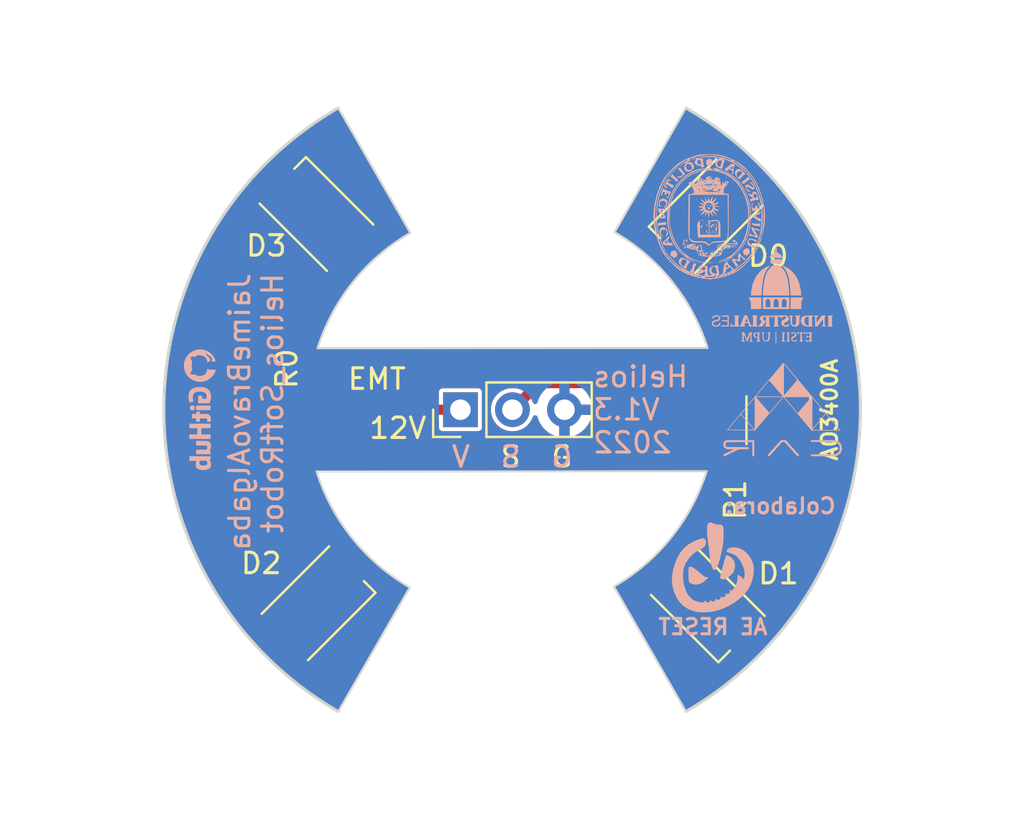
<source format=kicad_pcb>
(kicad_pcb (version 20211014) (generator pcbnew)
  (layers (0 "F.Cu" signal) (31 "B.Cu" signal) (34 "B.Paste" user) (35 "F.Paste" user) (36 "B.SilkS" user "B.Silkscreen") (37 "F.SilkS" user "F.Silkscreen") (38 "B.Mask" user) (39 "F.Mask" user) (44 "Edge.Cuts" user))
  (net 0 "")
  (net 1 "GND")
  (net 2 "VCC")
  (net 3 "Net-(D0-Pad1)")
  (net 4 "Net-(D3-Pad2)")
  (net 5 "Net-(D0-Pad2)")
  (net 6 "Net-(D1-Pad2)")
  (net 7 "Net-(D2-Pad2)")
  (net 8 "SIG")
  (footprint "Helios:RS_0805" (layer "F.Cu") (at 177.9 104.4 -90)
    (fp_text reference "R1" (at 0 2 90) (layer "F.SilkS"))
    (fp_text value "Rpd")
    (pad "1" smd rect locked (at -0.95 0 270) (size 0.7 1.3) (layers "F.Cu" "F.Paste" "F.Mask") (net 8 "SIG"))
    (pad "2" smd rect locked (at 0.95 0 270) (size 0.7 1.3) (layers "F.Cu" "F.Paste" "F.Mask") (net 1 "GND"))
  )
  (footprint "LED_SMD:LED_PLCC-2" (layer "F.Cu") (at 174.5 109.5 135)
    (fp_text reference "D1" (at -1.414214 3.535534) (layer "F.SilkS"))
    (fp_text value "LED")
    (pad "1" smd rect (at -1.5 0 135) (size 1.5 2.6) (layers "F.Cu" "F.Paste" "F.Mask") (net 5 "Net-(D0-Pad2)"))
    (pad "2" smd rect (at 1.5 0 135) (size 1.5 2.6) (layers "F.Cu" "F.Paste" "F.Mask") (net 6 "Net-(D1-Pad2)"))
  )
  (footprint "Package_TO_SOT_SMD:SOT-23" (layer "F.Cu") (at 178 100 90)
    (fp_text reference "Q0" hide)
    (fp_text value "AO3400A" (at 0 2.5 90) (layer "F.SilkS") (effects (font (size 0.75 0.75))))
    (pad "1" smd roundrect (at -0.9375 -0.95 90) (size 1.475 0.6) (layers "F.Cu" "F.Paste" "F.Mask") (net 8 "SIG"))
    (pad "2" smd roundrect (at -0.9375 0.95 90) (size 1.475 0.6) (layers "F.Cu" "F.Paste" "F.Mask") (net 1 "GND"))
    (pad "3" smd roundrect (at 0.9375 0 90) (size 1.475 0.6) (layers "F.Cu" "F.Paste" "F.Mask") (net 3 "Net-(D0-Pad1)"))
  )
  (footprint "LED_SMD:LED_PLCC-2" (layer "F.Cu") (at 174.5 90.5 45)
    (fp_text reference "D0" (at 0.707107 3.535534) (layer "F.SilkS"))
    (fp_text value "LED")
    (pad "1" smd rect (at -1.5 0 45) (size 1.5 2.6) (layers "F.Cu" "F.Paste" "F.Mask") (net 3 "Net-(D0-Pad1)"))
    (pad "2" smd rect (at 1.5 0 45) (size 1.5 2.6) (layers "F.Cu" "F.Paste" "F.Mask") (net 5 "Net-(D0-Pad2)"))
  )
  (footprint "LED_SMD:LED_PLCC-2" (layer "F.Cu") (at 155.5 90.5 -45)
    (fp_text reference "D3" (at -0.707107 2.828427) (layer "F.SilkS"))
    (fp_text value "LED")
    (pad "1" smd rect (at -1.5 0 315) (size 1.5 2.6) (layers "F.Cu" "F.Paste" "F.Mask") (net 7 "Net-(D2-Pad2)"))
    (pad "2" smd rect (at 1.5 0 315) (size 1.5 2.6) (layers "F.Cu" "F.Paste" "F.Mask") (net 4 "Net-(D3-Pad2)"))
  )
  (footprint "Connector_PinHeader_2.54mm:PinHeader_1x03_P2.54mm_Vertical" (layer "F.Cu") (at 162.475 100 90)
    (fp_text reference "J1" hide)
    (fp_text value "Conn_01x03_Male")
    (pad "1" thru_hole rect (at 0 0 90) (size 1.7 1.7) (drill 1) (layers *.Cu *.Mask) (net 2 "VCC"))
    (pad "2" thru_hole oval (at 0 2.54 90) (size 1.7 1.7) (drill 1) (layers *.Cu *.Mask) (net 8 "SIG"))
    (pad "3" thru_hole oval (at 0 5.08 90) (size 1.7 1.7) (drill 1) (layers *.Cu *.Mask) (net 1 "GND"))
  )
  (footprint "LED_SMD:LED_PLCC-2" (layer "F.Cu") (at 155.5 109.5 -135)
    (fp_text reference "D2" (at 0.53033 3.358757) (layer "F.SilkS"))
    (fp_text value "LED")
    (pad "1" smd rect (at -1.5 0 225) (size 1.5 2.6) (layers "F.Cu" "F.Paste" "F.Mask") (net 6 "Net-(D1-Pad2)"))
    (pad "2" smd rect (at 1.5 0 225) (size 1.5 2.6) (layers "F.Cu" "F.Paste" "F.Mask") (net 7 "Net-(D2-Pad2)"))
  )
  (footprint "Helios:RS_0805" (layer "F.Cu") (at 152 98 -90)
    (fp_text reference "R0" (at 0 -2 90) (layer "F.SilkS"))
    (fp_text value "RL")
    (pad "1" smd rect locked (at -0.95 0 270) (size 0.7 1.3) (layers "F.Cu" "F.Paste" "F.Mask") (net 4 "Net-(D3-Pad2)"))
    (pad "2" smd rect locked (at 0.95 0 270) (size 0.7 1.3) (layers "F.Cu" "F.Paste" "F.Mask") (net 2 "VCC"))
  )
  (footprint "LOGO" (layer "B.Cu") (at 174.6 90.6 180)
    (fp_text reference "G***" hide)
    (fp_text value "LOGO" hide)
  )
  (footprint "LOGO" (layer "B.Cu") (at 174.8 107.7 180)
    (fp_text reference "G***" hide)
    (fp_text value "LOGO" hide)
  )
  (footprint "LOGO" (layer "B.Cu") (at 149.75 100 -90)
    (fp_text reference "G***" hide)
    (fp_text value "LOGO" hide)
  )
  (footprint "LOGO" (layer "B.Cu") (at 178.2 100 180)
    (fp_text reference "G***" hide)
    (fp_text value "LOGO" hide)
  )
  (footprint "LOGO" (layer "B.Cu") (at 177.75 94.5 180)
    (fp_text reference "G***" hide)
    (fp_text value "LOGO" hide)
  )
  (gr_line (start 160.025772 91.368253) (end 156.511923 85.270692) (layer "Edge.Cuts") (width 0.1))
  (gr_arc (start 160 108.676765) (mid 157.193985 106.273147) (end 155.450535 103.01562) (layer "Edge.Cuts") (width 0.1))
  (gr_line (start 160 108.676765) (end 156.511923 114.729308) (layer "Edge.Cuts") (width 0.1))
  (gr_arc (start 174.5 103) (mid 172.76543 106.240841) (end 169.973684 108.63206) (layer "Edge.Cuts") (width 0.1))
  (gr_arc (start 156.511923 114.729308) (mid 147.999382 100) (end 156.511923 85.270692) (layer "Edge.Cuts") (width 0.15))
  (gr_line (start 174.54251 96.986576) (end 155.5 97) (layer "Edge.Cuts") (width 0.1))
  (gr_line (start 169.973684 108.63206) (end 173.48684 114.729308) (layer "Edge.Cuts") (width 0.1))
  (gr_arc (start 155.5 97) (mid 157.234373 93.759404) (end 160.025772 91.368253) (layer "Edge.Cuts") (width 0.1))
  (gr_arc (start 170.007011 91.335701) (mid 172.804181 93.736216) (end 174.54251 96.986576) (layer "Edge.Cuts") (width 0.1))
  (gr_line (start 173.48684 85.270692) (end 170.007011 91.335701) (layer "Edge.Cuts") (width 0.1))
  (gr_line (start 174.5 103) (end 155.450535 103.01562) (layer "Edge.Cuts") (width 0.1))
  (gr_arc (start 173.48684 85.270692) (mid 181.999381 100) (end 173.48684 114.729308) (layer "Edge.Cuts") (width 0.15))
  (gr_text "AE RESET" (at 174.8 110.6) (layer "B.SilkS") (effects (font (size 0.75 0.75)) (justify mirror)))
  (gr_text "Colabora:" (at 178.1 104.7) (layer "B.SilkS") (effects (font (size 0.75 0.75)) (justify mirror)))
  (gr_text "JaimeBravoAlgaba\nHelios_SoftRobot" (at 152.5 93.25 90) (layer "B.SilkS") (effects (font (size 1 1)) (justify left mirror)))
  (gr_text "G  S  V" (at 165 102.3) (layer "B.SilkS") (effects (font (size 1 1)) (justify mirror)))
  (gr_text "Helios\nV1.3\n2022" (at 168.86 100) (layer "B.SilkS") (effects (font (size 1 1)) (justify right mirror)))
  (gr_text "EMT" (at 159.9 98.5) (layer "F.SilkS") (effects (font (size 1 1)) (justify right)))
  (gr_text "V  S  G" (at 165 102.3) (layer "F.SilkS") (effects (font (size 1 1))))
  (gr_text "12V" (at 160.9 100.9) (layer "F.SilkS") (effects (font (size 1 1)) (justify right)))
  (segment (start 152 99.5) (end 152 98.95) (width 0.5) (layer "F.Cu") (net 2))
  (segment (start 152.5 100) (end 152 99.5) (width 0.5) (layer "F.Cu") (net 2))
  (segment (start 162.475 100) (end 152.5 100) (width 0.5) (layer "F.Cu") (net 2))
  (segment (start 178 99.0625) (end 178 96.12132) (width 0.5) (layer "F.Cu") (net 3))
  (segment (start 178 96.12132) (end 173.43934 91.56066) (width 0.5) (layer "F.Cu") (net 3))
  (segment (start 156.56066 91.56066) (end 152 96.12132) (width 0.5) (layer "F.Cu") (net 4))
  (segment (start 152 96.12132) (end 152 97.05) (width 0.5) (layer "F.Cu") (net 4))
  (segment (start 179.7 106.42132) (end 175.56066 110.56066) (width 0.5) (layer "F.Cu") (net 5))
  (segment (start 179.7 93.57868) (end 179.7 106.42132) (width 0.5) (layer "F.Cu") (net 5))
  (segment (start 175.56066 89.43934) (end 179.7 93.57868) (width 0.5) (layer "F.Cu") (net 5))
  (segment (start 154.5 106.37868) (end 156.56066 108.43934) (width 0.5) (layer "F.Cu") (net 6))
  (segment (start 154.5 103.612482) (end 154.5 106.37868) (width 0.5) (layer "F.Cu") (net 6))
  (segment (start 175 102.5) (end 155.612482 102.5) (width 0.5) (layer "F.Cu") (net 6))
  (segment (start 176 103.5) (end 175 102.5) (width 0.5) (layer "F.Cu") (net 6))
  (segment (start 155.612482 102.5) (end 154.5 103.612482) (width 0.5) (layer "F.Cu") (net 6))
  (segment (start 176 105.87868) (end 176 103.5) (width 0.5) (layer "F.Cu") (net 6))
  (segment (start 173.43934 108.43934) (end 176 105.87868) (width 0.5) (layer "F.Cu") (net 6))
  (segment (start 154.43934 110.56066) (end 150.5 106.62132) (width 0.5) (layer "F.Cu") (net 7))
  (segment (start 150.5 93.37868) (end 154.43934 89.43934) (width 0.5) (layer "F.Cu") (net 7))
  (segment (start 150.5 106.62132) (end 150.5 93.37868) (width 0.5) (layer "F.Cu") (net 7))
  (segment (start 170.17 98.7) (end 172.4075 100.9375) (width 0.5) (layer "F.Cu") (net 8))
  (segment (start 166.315 98.7) (end 170.17 98.7) (width 0.5) (layer "F.Cu") (net 8))
  (segment (start 177.05 100.9375) (end 177.05 102.6) (width 0.5) (layer "F.Cu") (net 8))
  (segment (start 165.015 100) (end 166.315 98.7) (width 0.5) (layer "F.Cu") (net 8))
  (segment (start 177.05 102.6) (end 177.9 103.45) (width 0.5) (layer "F.Cu") (net 8))
  (segment (start 172.4075 100.9375) (end 177.05 100.9375) (width 0.5) (layer "F.Cu") (net 8))
  (zone (net 0) (net_name "") (layer "F.Cu") (connect_pads (clearance 0)) (min_thickness 0.254)
    (keepout (tracks allowed) (vias allowed) (pads allowed) (copperpour not_allowed) (footprints allowed))
    (fill (thermal_gap 0.508) (thermal_bridge_width 0.508))
    (polygon (pts (xy 158.5 91) (xy 156 93.5) (xy 152.5 90) (xy 155 87.5)))
  )
  (zone (net 0) (net_name "") (layer "F.Cu") (connect_pads (clearance 0)) (min_thickness 0.254)
    (keepout (tracks allowed) (vias allowed) (pads allowed) (copperpour not_allowed) (footprints allowed))
    (fill (thermal_gap 0.508) (thermal_bridge_width 0.508))
    (polygon (pts (xy 179.25 100.25) (xy 178.5 100.25) (xy 178.5 102) (xy 176.25 102) (xy 176.25 98.25) (xy 179.25 98.25)))
  )
  (zone (net 0) (net_name "") (layer "F.Cu") (connect_pads (clearance 0)) (min_thickness 0.254)
    (keepout (tracks allowed) (vias allowed) (pads allowed) (copperpour not_allowed) (footprints allowed))
    (fill (thermal_gap 0.508) (thermal_bridge_width 0.508))
    (polygon (pts (xy 177.5 90) (xy 174 93.5) (xy 171.5 91) (xy 175 87.5)))
  )
  (zone (net 1) (net_name "GND") (layer "F.Cu") (connect_pads (clearance 0)) (min_thickness 0.254) (fill yes (thermal_gap 0.508) (thermal_bridge_width 0.508))
    (polygon (pts (xy 190 120) (xy 140 120) (xy 140 80) (xy 190 80)))
  )
  (zone (net 0) (net_name "") (layer "F.Cu") (connect_pads (clearance 0)) (min_thickness 0.254)
    (keepout (tracks allowed) (vias allowed) (pads allowed) (copperpour not_allowed) (footprints allowed))
    (fill (thermal_gap 0.508) (thermal_bridge_width 0.508))
    (polygon (pts (xy 177.5 110) (xy 175 112.5) (xy 171.5 109) (xy 174 106.5)))
  )
  (zone (net 0) (net_name "") (layer "F.Cu") (connect_pads (clearance 0)) (min_thickness 0.254)
    (keepout (tracks allowed) (vias allowed) (pads allowed) (copperpour not_allowed) (footprints allowed))
    (fill (thermal_gap 0.508) (thermal_bridge_width 0.508))
    (polygon (pts (xy 158.5 109) (xy 155 112.5) (xy 152.5 110) (xy 156 106.5)))
  )
  (zone (net 0) (net_name "") (layer "F.Cu") (connect_pads (clearance 0)) (min_thickness 0.254)
    (keepout (tracks allowed) (vias allowed) (pads allowed) (copperpour not_allowed) (footprints allowed))
    (fill (thermal_gap 0.508) (thermal_bridge_width 0.508))
    (polygon (pts (xy 153 99.5) (xy 151 99.5) (xy 151 96.25) (xy 153 96.25)))
  )
  (zone (net 1) (net_name "GND") (layer "B.Cu") (connect_pads (clearance 0)) (min_thickness 0.254) (fill yes (thermal_gap 0.508) (thermal_bridge_width 0.508))
    (polygon (pts (xy 190 120) (xy 140 120) (xy 140 80) (xy 190 80)))
  )
)
</source>
